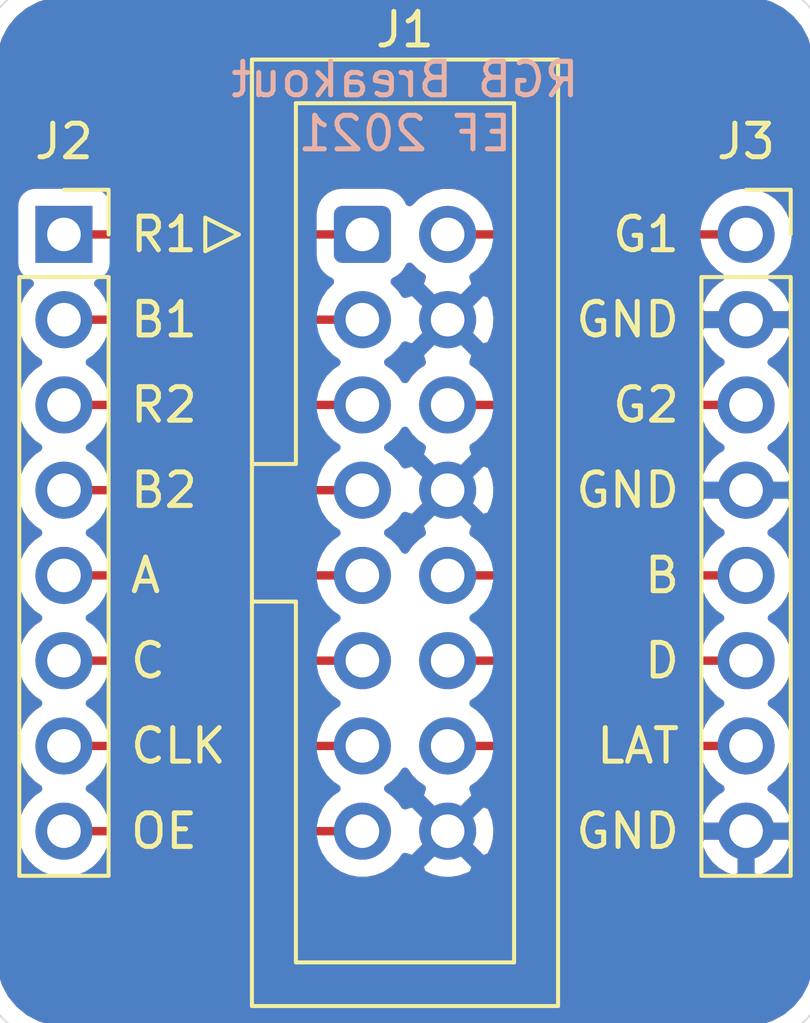
<source format=kicad_pcb>
(kicad_pcb (version 20171130) (host pcbnew 5.1.10)

  (general
    (thickness 1.6)
    (drawings 25)
    (tracks 14)
    (zones 0)
    (modules 3)
    (nets 15)
  )

  (page A4)
  (layers
    (0 F.Cu signal hide)
    (31 B.Cu signal)
    (32 B.Adhes user hide)
    (33 F.Adhes user hide)
    (34 B.Paste user hide)
    (35 F.Paste user hide)
    (36 B.SilkS user)
    (37 F.SilkS user hide)
    (38 B.Mask user hide)
    (39 F.Mask user hide)
    (40 Dwgs.User user hide)
    (41 Cmts.User user hide)
    (42 Eco1.User user hide)
    (43 Eco2.User user hide)
    (44 Edge.Cuts user hide)
    (45 Margin user hide)
    (46 B.CrtYd user hide)
    (47 F.CrtYd user hide)
    (48 B.Fab user hide)
    (49 F.Fab user hide)
  )

  (setup
    (last_trace_width 0.25)
    (trace_clearance 0.2)
    (zone_clearance 0.508)
    (zone_45_only yes)
    (trace_min 0.2)
    (via_size 0.8)
    (via_drill 0.4)
    (via_min_size 0.4)
    (via_min_drill 0.3)
    (uvia_size 0.3)
    (uvia_drill 0.1)
    (uvias_allowed no)
    (uvia_min_size 0.2)
    (uvia_min_drill 0.1)
    (edge_width 0.05)
    (segment_width 0.2)
    (pcb_text_width 0.3)
    (pcb_text_size 1.5 1.5)
    (mod_edge_width 0.12)
    (mod_text_size 1 1)
    (mod_text_width 0.15)
    (pad_size 1.7 1.7)
    (pad_drill 1)
    (pad_to_mask_clearance 0)
    (aux_axis_origin 0 0)
    (visible_elements FFFFFF7F)
    (pcbplotparams
      (layerselection 0x010fc_ffffffff)
      (usegerberextensions false)
      (usegerberattributes true)
      (usegerberadvancedattributes true)
      (creategerberjobfile true)
      (excludeedgelayer true)
      (linewidth 0.100000)
      (plotframeref false)
      (viasonmask false)
      (mode 1)
      (useauxorigin false)
      (hpglpennumber 1)
      (hpglpenspeed 20)
      (hpglpendiameter 15.000000)
      (psnegative false)
      (psa4output false)
      (plotreference true)
      (plotvalue true)
      (plotinvisibletext false)
      (padsonsilk false)
      (subtractmaskfromsilk false)
      (outputformat 1)
      (mirror false)
      (drillshape 0)
      (scaleselection 1)
      (outputdirectory "MFG/"))
  )

  (net 0 "")
  (net 1 "Net-(J1-Pad1)")
  (net 2 "Net-(J1-Pad3)")
  (net 3 "Net-(J1-Pad5)")
  (net 4 "Net-(J1-Pad7)")
  (net 5 "Net-(J1-Pad9)")
  (net 6 "Net-(J1-Pad11)")
  (net 7 "Net-(J1-Pad13)")
  (net 8 "Net-(J1-Pad15)")
  (net 9 "Net-(J1-Pad2)")
  (net 10 GND)
  (net 11 "Net-(J1-Pad6)")
  (net 12 "Net-(J1-Pad10)")
  (net 13 "Net-(J1-Pad12)")
  (net 14 "Net-(J1-Pad14)")

  (net_class Default "This is the default net class."
    (clearance 0.2)
    (trace_width 0.25)
    (via_dia 0.8)
    (via_drill 0.4)
    (uvia_dia 0.3)
    (uvia_drill 0.1)
    (add_net GND)
    (add_net "Net-(J1-Pad1)")
    (add_net "Net-(J1-Pad10)")
    (add_net "Net-(J1-Pad11)")
    (add_net "Net-(J1-Pad12)")
    (add_net "Net-(J1-Pad13)")
    (add_net "Net-(J1-Pad14)")
    (add_net "Net-(J1-Pad15)")
    (add_net "Net-(J1-Pad2)")
    (add_net "Net-(J1-Pad3)")
    (add_net "Net-(J1-Pad5)")
    (add_net "Net-(J1-Pad6)")
    (add_net "Net-(J1-Pad7)")
    (add_net "Net-(J1-Pad9)")
  )

  (module Connector_IDC:IDC-Header_2x08_P2.54mm_Vertical (layer F.Cu) (tedit 5EAC9A07) (tstamp 6196EAE4)
    (at 130.81 90.17)
    (descr "Through hole IDC box header, 2x08, 2.54mm pitch, DIN 41651 / IEC 60603-13, double rows, https://docs.google.com/spreadsheets/d/16SsEcesNF15N3Lb4niX7dcUr-NY5_MFPQhobNuNppn4/edit#gid=0")
    (tags "Through hole vertical IDC box header THT 2x08 2.54mm double row")
    (path /619667D3)
    (fp_text reference J1 (at 1.27 -6.1) (layer F.SilkS)
      (effects (font (size 1 1) (thickness 0.15)))
    )
    (fp_text value Conn_02x08_Odd_Even (at 1.27 23.88) (layer F.Fab)
      (effects (font (size 1 1) (thickness 0.15)))
    )
    (fp_line (start 6.22 -5.6) (end -3.68 -5.6) (layer F.CrtYd) (width 0.05))
    (fp_line (start 6.22 23.38) (end 6.22 -5.6) (layer F.CrtYd) (width 0.05))
    (fp_line (start -3.68 23.38) (end 6.22 23.38) (layer F.CrtYd) (width 0.05))
    (fp_line (start -3.68 -5.6) (end -3.68 23.38) (layer F.CrtYd) (width 0.05))
    (fp_line (start -4.68 0.5) (end -3.68 0) (layer F.SilkS) (width 0.12))
    (fp_line (start -4.68 -0.5) (end -4.68 0.5) (layer F.SilkS) (width 0.12))
    (fp_line (start -3.68 0) (end -4.68 -0.5) (layer F.SilkS) (width 0.12))
    (fp_line (start -1.98 10.94) (end -3.29 10.94) (layer F.SilkS) (width 0.12))
    (fp_line (start -1.98 10.94) (end -1.98 10.94) (layer F.SilkS) (width 0.12))
    (fp_line (start -1.98 21.69) (end -1.98 10.94) (layer F.SilkS) (width 0.12))
    (fp_line (start 4.52 21.69) (end -1.98 21.69) (layer F.SilkS) (width 0.12))
    (fp_line (start 4.52 -3.91) (end 4.52 21.69) (layer F.SilkS) (width 0.12))
    (fp_line (start -1.98 -3.91) (end 4.52 -3.91) (layer F.SilkS) (width 0.12))
    (fp_line (start -1.98 6.84) (end -1.98 -3.91) (layer F.SilkS) (width 0.12))
    (fp_line (start -3.29 6.84) (end -1.98 6.84) (layer F.SilkS) (width 0.12))
    (fp_line (start -3.29 22.99) (end -3.29 -5.21) (layer F.SilkS) (width 0.12))
    (fp_line (start 5.83 22.99) (end -3.29 22.99) (layer F.SilkS) (width 0.12))
    (fp_line (start 5.83 -5.21) (end 5.83 22.99) (layer F.SilkS) (width 0.12))
    (fp_line (start -3.29 -5.21) (end 5.83 -5.21) (layer F.SilkS) (width 0.12))
    (fp_line (start -1.98 10.94) (end -3.18 10.94) (layer F.Fab) (width 0.1))
    (fp_line (start -1.98 10.94) (end -1.98 10.94) (layer F.Fab) (width 0.1))
    (fp_line (start -1.98 21.69) (end -1.98 10.94) (layer F.Fab) (width 0.1))
    (fp_line (start 4.52 21.69) (end -1.98 21.69) (layer F.Fab) (width 0.1))
    (fp_line (start 4.52 -3.91) (end 4.52 21.69) (layer F.Fab) (width 0.1))
    (fp_line (start -1.98 -3.91) (end 4.52 -3.91) (layer F.Fab) (width 0.1))
    (fp_line (start -1.98 6.84) (end -1.98 -3.91) (layer F.Fab) (width 0.1))
    (fp_line (start -3.18 6.84) (end -1.98 6.84) (layer F.Fab) (width 0.1))
    (fp_line (start -3.18 22.88) (end -3.18 -4.1) (layer F.Fab) (width 0.1))
    (fp_line (start 5.72 22.88) (end -3.18 22.88) (layer F.Fab) (width 0.1))
    (fp_line (start 5.72 -5.1) (end 5.72 22.88) (layer F.Fab) (width 0.1))
    (fp_line (start -2.18 -5.1) (end 5.72 -5.1) (layer F.Fab) (width 0.1))
    (fp_line (start -3.18 -4.1) (end -2.18 -5.1) (layer F.Fab) (width 0.1))
    (fp_text user %R (at 1.27 8.89 90) (layer F.Fab)
      (effects (font (size 1 1) (thickness 0.15)))
    )
    (pad 1 thru_hole roundrect (at 0 0) (size 1.7 1.7) (drill 1) (layers *.Cu *.Mask) (roundrect_rratio 0.1470588235294118)
      (net 1 "Net-(J1-Pad1)"))
    (pad 3 thru_hole circle (at 0 2.54) (size 1.7 1.7) (drill 1) (layers *.Cu *.Mask)
      (net 2 "Net-(J1-Pad3)"))
    (pad 5 thru_hole circle (at 0 5.08) (size 1.7 1.7) (drill 1) (layers *.Cu *.Mask)
      (net 3 "Net-(J1-Pad5)"))
    (pad 7 thru_hole circle (at 0 7.62) (size 1.7 1.7) (drill 1) (layers *.Cu *.Mask)
      (net 4 "Net-(J1-Pad7)"))
    (pad 9 thru_hole circle (at 0 10.16) (size 1.7 1.7) (drill 1) (layers *.Cu *.Mask)
      (net 5 "Net-(J1-Pad9)"))
    (pad 11 thru_hole circle (at 0 12.7) (size 1.7 1.7) (drill 1) (layers *.Cu *.Mask)
      (net 6 "Net-(J1-Pad11)"))
    (pad 13 thru_hole circle (at 0 15.24) (size 1.7 1.7) (drill 1) (layers *.Cu *.Mask)
      (net 7 "Net-(J1-Pad13)"))
    (pad 15 thru_hole circle (at 0 17.78) (size 1.7 1.7) (drill 1) (layers *.Cu *.Mask)
      (net 8 "Net-(J1-Pad15)"))
    (pad 2 thru_hole circle (at 2.54 0) (size 1.7 1.7) (drill 1) (layers *.Cu *.Mask)
      (net 9 "Net-(J1-Pad2)"))
    (pad 4 thru_hole circle (at 2.54 2.54) (size 1.7 1.7) (drill 1) (layers *.Cu *.Mask)
      (net 10 GND))
    (pad 6 thru_hole circle (at 2.54 5.08) (size 1.7 1.7) (drill 1) (layers *.Cu *.Mask)
      (net 11 "Net-(J1-Pad6)"))
    (pad 8 thru_hole circle (at 2.54 7.62) (size 1.7 1.7) (drill 1) (layers *.Cu *.Mask)
      (net 10 GND))
    (pad 10 thru_hole circle (at 2.54 10.16) (size 1.7 1.7) (drill 1) (layers *.Cu *.Mask)
      (net 12 "Net-(J1-Pad10)"))
    (pad 12 thru_hole circle (at 2.54 12.7) (size 1.7 1.7) (drill 1) (layers *.Cu *.Mask)
      (net 13 "Net-(J1-Pad12)"))
    (pad 14 thru_hole circle (at 2.54 15.24) (size 1.7 1.7) (drill 1) (layers *.Cu *.Mask)
      (net 14 "Net-(J1-Pad14)"))
    (pad 16 thru_hole circle (at 2.54 17.78) (size 1.7 1.7) (drill 1) (layers *.Cu *.Mask)
      (net 10 GND))
    (model ${KISYS3DMOD}/Connector_IDC.3dshapes/IDC-Header_2x08_P2.54mm_Vertical.wrl
      (at (xyz 0 0 0))
      (scale (xyz 1 1 1))
      (rotate (xyz 0 0 0))
    )
  )

  (module Connector_PinSocket_2.54mm:PinSocket_1x08_P2.54mm_Vertical (layer F.Cu) (tedit 5A19A420) (tstamp 6196EA1A)
    (at 121.92 90.17)
    (descr "Through hole straight socket strip, 1x08, 2.54mm pitch, single row (from Kicad 4.0.7), script generated")
    (tags "Through hole socket strip THT 1x08 2.54mm single row")
    (path /6196AF55)
    (fp_text reference J2 (at 0 -2.77) (layer F.SilkS)
      (effects (font (size 1 1) (thickness 0.15)))
    )
    (fp_text value Conn_01x08 (at 0 20.55) (layer F.Fab)
      (effects (font (size 1 1) (thickness 0.15)))
    )
    (fp_line (start -1.8 19.55) (end -1.8 -1.8) (layer F.CrtYd) (width 0.05))
    (fp_line (start 1.75 19.55) (end -1.8 19.55) (layer F.CrtYd) (width 0.05))
    (fp_line (start 1.75 -1.8) (end 1.75 19.55) (layer F.CrtYd) (width 0.05))
    (fp_line (start -1.8 -1.8) (end 1.75 -1.8) (layer F.CrtYd) (width 0.05))
    (fp_line (start 0 -1.33) (end 1.33 -1.33) (layer F.SilkS) (width 0.12))
    (fp_line (start 1.33 -1.33) (end 1.33 0) (layer F.SilkS) (width 0.12))
    (fp_line (start 1.33 1.27) (end 1.33 19.11) (layer F.SilkS) (width 0.12))
    (fp_line (start -1.33 19.11) (end 1.33 19.11) (layer F.SilkS) (width 0.12))
    (fp_line (start -1.33 1.27) (end -1.33 19.11) (layer F.SilkS) (width 0.12))
    (fp_line (start -1.33 1.27) (end 1.33 1.27) (layer F.SilkS) (width 0.12))
    (fp_line (start -1.27 19.05) (end -1.27 -1.27) (layer F.Fab) (width 0.1))
    (fp_line (start 1.27 19.05) (end -1.27 19.05) (layer F.Fab) (width 0.1))
    (fp_line (start 1.27 -0.635) (end 1.27 19.05) (layer F.Fab) (width 0.1))
    (fp_line (start 0.635 -1.27) (end 1.27 -0.635) (layer F.Fab) (width 0.1))
    (fp_line (start -1.27 -1.27) (end 0.635 -1.27) (layer F.Fab) (width 0.1))
    (fp_text user %R (at 0 8.89 90) (layer F.Fab)
      (effects (font (size 1 1) (thickness 0.15)))
    )
    (pad 1 thru_hole rect (at 0 0) (size 1.7 1.7) (drill 1) (layers *.Cu *.Mask)
      (net 1 "Net-(J1-Pad1)"))
    (pad 2 thru_hole oval (at 0 2.54) (size 1.7 1.7) (drill 1) (layers *.Cu *.Mask)
      (net 2 "Net-(J1-Pad3)"))
    (pad 3 thru_hole oval (at 0 5.08) (size 1.7 1.7) (drill 1) (layers *.Cu *.Mask)
      (net 3 "Net-(J1-Pad5)"))
    (pad 4 thru_hole oval (at 0 7.62) (size 1.7 1.7) (drill 1) (layers *.Cu *.Mask)
      (net 4 "Net-(J1-Pad7)"))
    (pad 5 thru_hole oval (at 0 10.16) (size 1.7 1.7) (drill 1) (layers *.Cu *.Mask)
      (net 5 "Net-(J1-Pad9)"))
    (pad 6 thru_hole oval (at 0 12.7) (size 1.7 1.7) (drill 1) (layers *.Cu *.Mask)
      (net 6 "Net-(J1-Pad11)"))
    (pad 7 thru_hole oval (at 0 15.24) (size 1.7 1.7) (drill 1) (layers *.Cu *.Mask)
      (net 7 "Net-(J1-Pad13)"))
    (pad 8 thru_hole oval (at 0 17.78) (size 1.7 1.7) (drill 1) (layers *.Cu *.Mask)
      (net 8 "Net-(J1-Pad15)"))
    (model ${KISYS3DMOD}/Connector_PinSocket_2.54mm.3dshapes/PinSocket_1x08_P2.54mm_Vertical.wrl
      (at (xyz 0 0 0))
      (scale (xyz 1 1 1))
      (rotate (xyz 0 0 0))
    )
  )

  (module Connector_PinSocket_2.54mm:PinSocket_1x08_P2.54mm_Vertical (layer F.Cu) (tedit 6195D6BA) (tstamp 6196EA74)
    (at 142.24 90.17)
    (descr "Through hole straight socket strip, 1x08, 2.54mm pitch, single row (from Kicad 4.0.7), script generated")
    (tags "Through hole socket strip THT 1x08 2.54mm single row")
    (path /6196C7DE)
    (fp_text reference J3 (at 0 -2.77) (layer F.SilkS)
      (effects (font (size 1 1) (thickness 0.15)))
    )
    (fp_text value Conn_01x08 (at 0 20.55) (layer F.Fab)
      (effects (font (size 1 1) (thickness 0.15)))
    )
    (fp_line (start -1.8 19.55) (end -1.8 -1.8) (layer F.CrtYd) (width 0.05))
    (fp_line (start 1.75 19.55) (end -1.8 19.55) (layer F.CrtYd) (width 0.05))
    (fp_line (start 1.75 -1.8) (end 1.75 19.55) (layer F.CrtYd) (width 0.05))
    (fp_line (start -1.8 -1.8) (end 1.75 -1.8) (layer F.CrtYd) (width 0.05))
    (fp_line (start 0 -1.33) (end 1.33 -1.33) (layer F.SilkS) (width 0.12))
    (fp_line (start 1.33 -1.33) (end 1.33 0) (layer F.SilkS) (width 0.12))
    (fp_line (start 1.33 1.27) (end 1.33 19.11) (layer F.SilkS) (width 0.12))
    (fp_line (start -1.33 19.11) (end 1.33 19.11) (layer F.SilkS) (width 0.12))
    (fp_line (start -1.33 1.27) (end -1.33 19.11) (layer F.SilkS) (width 0.12))
    (fp_line (start -1.33 1.27) (end 1.33 1.27) (layer F.SilkS) (width 0.12))
    (fp_line (start -1.27 19.05) (end -1.27 -1.27) (layer F.Fab) (width 0.1))
    (fp_line (start 1.27 19.05) (end -1.27 19.05) (layer F.Fab) (width 0.1))
    (fp_line (start 1.27 -0.635) (end 1.27 19.05) (layer F.Fab) (width 0.1))
    (fp_line (start 0.635 -1.27) (end 1.27 -0.635) (layer F.Fab) (width 0.1))
    (fp_line (start -1.27 -1.27) (end 0.635 -1.27) (layer F.Fab) (width 0.1))
    (fp_text user %R (at 0 8.89 90) (layer F.Fab)
      (effects (font (size 1 1) (thickness 0.15)))
    )
    (pad 1 thru_hole circle (at 0 0) (size 1.7 1.7) (drill 1) (layers *.Cu *.Mask)
      (net 9 "Net-(J1-Pad2)"))
    (pad 2 thru_hole oval (at 0 2.54) (size 1.7 1.7) (drill 1) (layers *.Cu *.Mask)
      (net 10 GND))
    (pad 3 thru_hole oval (at 0 5.08) (size 1.7 1.7) (drill 1) (layers *.Cu *.Mask)
      (net 11 "Net-(J1-Pad6)"))
    (pad 4 thru_hole oval (at 0 7.62) (size 1.7 1.7) (drill 1) (layers *.Cu *.Mask)
      (net 10 GND))
    (pad 5 thru_hole oval (at 0 10.16) (size 1.7 1.7) (drill 1) (layers *.Cu *.Mask)
      (net 12 "Net-(J1-Pad10)"))
    (pad 6 thru_hole oval (at 0 12.7) (size 1.7 1.7) (drill 1) (layers *.Cu *.Mask)
      (net 13 "Net-(J1-Pad12)"))
    (pad 7 thru_hole oval (at 0 15.24) (size 1.7 1.7) (drill 1) (layers *.Cu *.Mask)
      (net 14 "Net-(J1-Pad14)"))
    (pad 8 thru_hole oval (at 0 17.78) (size 1.7 1.7) (drill 1) (layers *.Cu *.Mask)
      (net 10 GND))
    (model ${KISYS3DMOD}/Connector_PinSocket_2.54mm.3dshapes/PinSocket_1x08_P2.54mm_Vertical.wrl
      (at (xyz 0 0 0))
      (scale (xyz 1 1 1))
      (rotate (xyz 0 0 0))
    )
  )

  (gr_text "RGB Breakout\nEF 2021" (at 132.08 86.36) (layer B.SilkS)
    (effects (font (size 1 1) (thickness 0.15)) (justify mirror))
  )
  (gr_arc (start 121.92 85.09) (end 121.92 82.55) (angle -90) (layer Edge.Cuts) (width 0.05))
  (gr_arc (start 142.24 85.09) (end 144.78 85.09) (angle -90) (layer Edge.Cuts) (width 0.05))
  (gr_arc (start 142.24 111.76) (end 142.24 114.3) (angle -90) (layer Edge.Cuts) (width 0.05))
  (gr_arc (start 121.92 111.76) (end 119.38 111.76) (angle -90) (layer Edge.Cuts) (width 0.05))
  (gr_text D (at 140.335 102.87) (layer F.SilkS) (tstamp 6196EB9E)
    (effects (font (size 1 1) (thickness 0.15)) (justify right))
  )
  (gr_text B (at 140.335 100.33) (layer F.SilkS) (tstamp 6196EB83)
    (effects (font (size 1 1) (thickness 0.15)) (justify right))
  )
  (gr_text LAT (at 140.335 105.41) (layer F.SilkS) (tstamp 6196EB53)
    (effects (font (size 1 1) (thickness 0.15)) (justify right))
  )
  (gr_text GND (at 140.335 107.95) (layer F.SilkS) (tstamp 6196EB77)
    (effects (font (size 1 1) (thickness 0.15)) (justify right))
  )
  (gr_text GND (at 140.335 97.79) (layer F.SilkS) (tstamp 6196EB86)
    (effects (font (size 1 1) (thickness 0.15)) (justify right))
  )
  (gr_text G2 (at 140.335 95.25) (layer F.SilkS) (tstamp 6196EB74)
    (effects (font (size 1 1) (thickness 0.15)) (justify right))
  )
  (gr_text GND (at 140.335 92.71) (layer F.SilkS) (tstamp 6196EB59)
    (effects (font (size 1 1) (thickness 0.15)) (justify right))
  )
  (gr_text G1 (at 140.335 90.17) (layer F.SilkS) (tstamp 6196EB68)
    (effects (font (size 1 1) (thickness 0.15)) (justify right))
  )
  (gr_text OE (at 123.825 107.95) (layer F.SilkS) (tstamp 6196EB9B)
    (effects (font (size 1 1) (thickness 0.15)) (justify left))
  )
  (gr_text CLK (at 123.825 105.41) (layer F.SilkS) (tstamp 6196EB98)
    (effects (font (size 1 1) (thickness 0.15)) (justify left))
  )
  (gr_text C (at 123.825 102.87) (layer F.SilkS) (tstamp 6196EBA1)
    (effects (font (size 1 1) (thickness 0.15)) (justify left))
  )
  (gr_text A (at 123.825 100.33) (layer F.SilkS) (tstamp 6196EB56)
    (effects (font (size 1 1) (thickness 0.15)) (justify left))
  )
  (gr_text B2 (at 123.825 97.79) (layer F.SilkS) (tstamp 6196EB6B)
    (effects (font (size 1 1) (thickness 0.15)) (justify left))
  )
  (gr_text R2 (at 123.825 95.25) (layer F.SilkS) (tstamp 6196EB65)
    (effects (font (size 1 1) (thickness 0.15)) (justify left))
  )
  (gr_text B1 (at 123.825 92.71) (layer F.SilkS) (tstamp 6196EB71)
    (effects (font (size 1 1) (thickness 0.15)) (justify left))
  )
  (gr_text R1 (at 123.825 90.17) (layer F.SilkS) (tstamp 6196EB62)
    (effects (font (size 1 1) (thickness 0.15)) (justify left))
  )
  (gr_line (start 142.24 114.3) (end 121.92 114.3) (layer Edge.Cuts) (width 0.05) (tstamp 6196EB7D))
  (gr_line (start 144.78 85.09) (end 144.78 111.76) (layer Edge.Cuts) (width 0.05) (tstamp 6196EB7A))
  (gr_line (start 121.92 82.55) (end 142.24 82.55) (layer Edge.Cuts) (width 0.05) (tstamp 6196EB95))
  (gr_line (start 119.38 111.76) (end 119.38 85.09) (layer Edge.Cuts) (width 0.05) (tstamp 6196EB50))

  (segment (start 130.81 90.17) (end 122.555 90.17) (width 0.25) (layer F.Cu) (net 1) (tstamp 6196EB6E))
  (segment (start 122.555 92.71) (end 130.81 92.71) (width 0.25) (layer F.Cu) (net 2) (tstamp 6196EB4D))
  (segment (start 122.555 95.25) (end 130.81 95.25) (width 0.25) (layer F.Cu) (net 3) (tstamp 6196E9FA))
  (segment (start 122.555 97.79) (end 130.81 97.79) (width 0.25) (layer F.Cu) (net 4) (tstamp 6196EB8F))
  (segment (start 122.555 100.33) (end 130.81 100.33) (width 0.25) (layer F.Cu) (net 5) (tstamp 6196EAAE))
  (segment (start 122.555 102.87) (end 130.81 102.87) (width 0.25) (layer F.Cu) (net 6) (tstamp 6196EA51))
  (segment (start 122.555 105.41) (end 130.81 105.41) (width 0.25) (layer F.Cu) (net 7) (tstamp 6196EA54))
  (segment (start 122.555 107.95) (end 130.81 107.95) (width 0.25) (layer F.Cu) (net 8) (tstamp 6196E9FD))
  (segment (start 133.35 90.17) (end 142.875 90.17) (width 0.25) (layer F.Cu) (net 9) (tstamp 6196EB5F))
  (segment (start 133.35 95.25) (end 142.875 95.25) (width 0.25) (layer F.Cu) (net 11) (tstamp 6196EB89))
  (segment (start 133.35 100.33) (end 142.875 100.33) (width 0.25) (layer F.Cu) (net 12) (tstamp 6196EAAB))
  (segment (start 133.35 102.87) (end 142.875 102.87) (width 0.25) (layer F.Cu) (net 13) (tstamp 6196EB92))
  (segment (start 133.35 105.41) (end 141.605 105.41) (width 0.25) (layer F.Cu) (net 14) (tstamp 6196EB8C))
  (segment (start 141.605 105.41) (end 142.875 105.41) (width 0.25) (layer F.Cu) (net 14) (tstamp 6196EA57))

  (zone (net 10) (net_name GND) (layer F.Cu) (tstamp 6196EF88) (hatch edge 0.508)
    (connect_pads (clearance 0.508))
    (min_thickness 0.254)
    (fill yes (arc_segments 32) (thermal_gap 0.508) (thermal_bridge_width 0.508))
    (polygon
      (pts
        (xy 144.145 113.665) (xy 120.015 113.665) (xy 120.015 83.185) (xy 144.145 83.185)
      )
    )
    (filled_polygon
      (pts
        (xy 142.955208 83.35478) (xy 143.278625 83.526744) (xy 143.562484 83.758254) (xy 143.795965 84.040486) (xy 143.970183 84.362695)
        (xy 144.018 84.517165) (xy 144.018 112.333512) (xy 143.97522 112.475206) (xy 143.803257 112.798623) (xy 143.571748 113.082482)
        (xy 143.289514 113.315965) (xy 142.967304 113.490184) (xy 142.812835 113.538) (xy 121.346488 113.538) (xy 121.204794 113.49522)
        (xy 120.881377 113.323257) (xy 120.597518 113.091748) (xy 120.364035 112.809514) (xy 120.189816 112.487304) (xy 120.142 112.332835)
        (xy 120.142 89.32) (xy 120.431928 89.32) (xy 120.431928 91.02) (xy 120.444188 91.144482) (xy 120.480498 91.26418)
        (xy 120.539463 91.374494) (xy 120.618815 91.471185) (xy 120.715506 91.550537) (xy 120.82582 91.609502) (xy 120.89838 91.631513)
        (xy 120.766525 91.763368) (xy 120.60401 92.006589) (xy 120.492068 92.276842) (xy 120.435 92.56374) (xy 120.435 92.85626)
        (xy 120.492068 93.143158) (xy 120.60401 93.413411) (xy 120.766525 93.656632) (xy 120.973368 93.863475) (xy 121.14776 93.98)
        (xy 120.973368 94.096525) (xy 120.766525 94.303368) (xy 120.60401 94.546589) (xy 120.492068 94.816842) (xy 120.435 95.10374)
        (xy 120.435 95.39626) (xy 120.492068 95.683158) (xy 120.60401 95.953411) (xy 120.766525 96.196632) (xy 120.973368 96.403475)
        (xy 121.14776 96.52) (xy 120.973368 96.636525) (xy 120.766525 96.843368) (xy 120.60401 97.086589) (xy 120.492068 97.356842)
        (xy 120.435 97.64374) (xy 120.435 97.93626) (xy 120.492068 98.223158) (xy 120.60401 98.493411) (xy 120.766525 98.736632)
        (xy 120.973368 98.943475) (xy 121.14776 99.06) (xy 120.973368 99.176525) (xy 120.766525 99.383368) (xy 120.60401 99.626589)
        (xy 120.492068 99.896842) (xy 120.435 100.18374) (xy 120.435 100.47626) (xy 120.492068 100.763158) (xy 120.60401 101.033411)
        (xy 120.766525 101.276632) (xy 120.973368 101.483475) (xy 121.14776 101.6) (xy 120.973368 101.716525) (xy 120.766525 101.923368)
        (xy 120.60401 102.166589) (xy 120.492068 102.436842) (xy 120.435 102.72374) (xy 120.435 103.01626) (xy 120.492068 103.303158)
        (xy 120.60401 103.573411) (xy 120.766525 103.816632) (xy 120.973368 104.023475) (xy 121.14776 104.14) (xy 120.973368 104.256525)
        (xy 120.766525 104.463368) (xy 120.60401 104.706589) (xy 120.492068 104.976842) (xy 120.435 105.26374) (xy 120.435 105.55626)
        (xy 120.492068 105.843158) (xy 120.60401 106.113411) (xy 120.766525 106.356632) (xy 120.973368 106.563475) (xy 121.14776 106.68)
        (xy 120.973368 106.796525) (xy 120.766525 107.003368) (xy 120.60401 107.246589) (xy 120.492068 107.516842) (xy 120.435 107.80374)
        (xy 120.435 108.09626) (xy 120.492068 108.383158) (xy 120.60401 108.653411) (xy 120.766525 108.896632) (xy 120.973368 109.103475)
        (xy 121.216589 109.26599) (xy 121.486842 109.377932) (xy 121.77374 109.435) (xy 122.06626 109.435) (xy 122.353158 109.377932)
        (xy 122.623411 109.26599) (xy 122.866632 109.103475) (xy 123.073475 108.896632) (xy 123.198178 108.71) (xy 129.531822 108.71)
        (xy 129.656525 108.896632) (xy 129.863368 109.103475) (xy 130.106589 109.26599) (xy 130.376842 109.377932) (xy 130.66374 109.435)
        (xy 130.95626 109.435) (xy 131.243158 109.377932) (xy 131.513411 109.26599) (xy 131.756632 109.103475) (xy 131.88171 108.978397)
        (xy 132.501208 108.978397) (xy 132.578843 109.227472) (xy 132.842883 109.353371) (xy 133.126411 109.425339) (xy 133.418531 109.440611)
        (xy 133.708019 109.398599) (xy 133.983747 109.300919) (xy 134.121157 109.227472) (xy 134.198792 108.978397) (xy 133.35 108.129605)
        (xy 132.501208 108.978397) (xy 131.88171 108.978397) (xy 131.963475 108.896632) (xy 132.079311 108.723271) (xy 132.321603 108.798792)
        (xy 133.170395 107.95) (xy 133.529605 107.95) (xy 134.378397 108.798792) (xy 134.627472 108.721157) (xy 134.753371 108.457117)
        (xy 134.791503 108.30689) (xy 140.798524 108.30689) (xy 140.843175 108.454099) (xy 140.968359 108.71692) (xy 141.142412 108.950269)
        (xy 141.358645 109.145178) (xy 141.608748 109.294157) (xy 141.883109 109.391481) (xy 142.113 109.270814) (xy 142.113 108.077)
        (xy 142.367 108.077) (xy 142.367 109.270814) (xy 142.596891 109.391481) (xy 142.871252 109.294157) (xy 143.121355 109.145178)
        (xy 143.337588 108.950269) (xy 143.511641 108.71692) (xy 143.636825 108.454099) (xy 143.681476 108.30689) (xy 143.560155 108.077)
        (xy 142.367 108.077) (xy 142.113 108.077) (xy 140.919845 108.077) (xy 140.798524 108.30689) (xy 134.791503 108.30689)
        (xy 134.825339 108.173589) (xy 134.840611 107.881469) (xy 134.798599 107.591981) (xy 134.700919 107.316253) (xy 134.627472 107.178843)
        (xy 134.378397 107.101208) (xy 133.529605 107.95) (xy 133.170395 107.95) (xy 132.321603 107.101208) (xy 132.079311 107.176729)
        (xy 131.963475 107.003368) (xy 131.756632 106.796525) (xy 131.58224 106.68) (xy 131.756632 106.563475) (xy 131.963475 106.356632)
        (xy 132.08 106.18224) (xy 132.196525 106.356632) (xy 132.403368 106.563475) (xy 132.576729 106.679311) (xy 132.501208 106.921603)
        (xy 133.35 107.770395) (xy 134.198792 106.921603) (xy 134.123271 106.679311) (xy 134.296632 106.563475) (xy 134.503475 106.356632)
        (xy 134.628178 106.17) (xy 140.961822 106.17) (xy 141.086525 106.356632) (xy 141.293368 106.563475) (xy 141.475534 106.685195)
        (xy 141.358645 106.754822) (xy 141.142412 106.949731) (xy 140.968359 107.18308) (xy 140.843175 107.445901) (xy 140.798524 107.59311)
        (xy 140.919845 107.823) (xy 142.113 107.823) (xy 142.113 107.803) (xy 142.367 107.803) (xy 142.367 107.823)
        (xy 143.560155 107.823) (xy 143.681476 107.59311) (xy 143.636825 107.445901) (xy 143.511641 107.18308) (xy 143.337588 106.949731)
        (xy 143.121355 106.754822) (xy 143.004466 106.685195) (xy 143.186632 106.563475) (xy 143.393475 106.356632) (xy 143.55599 106.113411)
        (xy 143.667932 105.843158) (xy 143.725 105.55626) (xy 143.725 105.26374) (xy 143.667932 104.976842) (xy 143.55599 104.706589)
        (xy 143.393475 104.463368) (xy 143.186632 104.256525) (xy 143.01224 104.14) (xy 143.186632 104.023475) (xy 143.393475 103.816632)
        (xy 143.55599 103.573411) (xy 143.667932 103.303158) (xy 143.725 103.01626) (xy 143.725 102.72374) (xy 143.667932 102.436842)
        (xy 143.55599 102.166589) (xy 143.393475 101.923368) (xy 143.186632 101.716525) (xy 143.01224 101.6) (xy 143.186632 101.483475)
        (xy 143.393475 101.276632) (xy 143.55599 101.033411) (xy 143.667932 100.763158) (xy 143.725 100.47626) (xy 143.725 100.18374)
        (xy 143.667932 99.896842) (xy 143.55599 99.626589) (xy 143.393475 99.383368) (xy 143.186632 99.176525) (xy 143.004466 99.054805)
        (xy 143.121355 98.985178) (xy 143.337588 98.790269) (xy 143.511641 98.55692) (xy 143.636825 98.294099) (xy 143.681476 98.14689)
        (xy 143.560155 97.917) (xy 142.367 97.917) (xy 142.367 97.937) (xy 142.113 97.937) (xy 142.113 97.917)
        (xy 140.919845 97.917) (xy 140.798524 98.14689) (xy 140.843175 98.294099) (xy 140.968359 98.55692) (xy 141.142412 98.790269)
        (xy 141.358645 98.985178) (xy 141.475534 99.054805) (xy 141.293368 99.176525) (xy 141.086525 99.383368) (xy 140.961822 99.57)
        (xy 134.628178 99.57) (xy 134.503475 99.383368) (xy 134.296632 99.176525) (xy 134.123271 99.060689) (xy 134.198792 98.818397)
        (xy 133.35 97.969605) (xy 132.501208 98.818397) (xy 132.576729 99.060689) (xy 132.403368 99.176525) (xy 132.196525 99.383368)
        (xy 132.08 99.55776) (xy 131.963475 99.383368) (xy 131.756632 99.176525) (xy 131.58224 99.06) (xy 131.756632 98.943475)
        (xy 131.963475 98.736632) (xy 132.079311 98.563271) (xy 132.321603 98.638792) (xy 133.170395 97.79) (xy 133.529605 97.79)
        (xy 134.378397 98.638792) (xy 134.627472 98.561157) (xy 134.753371 98.297117) (xy 134.825339 98.013589) (xy 134.840611 97.721469)
        (xy 134.798599 97.431981) (xy 134.700919 97.156253) (xy 134.627472 97.018843) (xy 134.378397 96.941208) (xy 133.529605 97.79)
        (xy 133.170395 97.79) (xy 132.321603 96.941208) (xy 132.079311 97.016729) (xy 131.963475 96.843368) (xy 131.756632 96.636525)
        (xy 131.58224 96.52) (xy 131.756632 96.403475) (xy 131.963475 96.196632) (xy 132.08 96.02224) (xy 132.196525 96.196632)
        (xy 132.403368 96.403475) (xy 132.576729 96.519311) (xy 132.501208 96.761603) (xy 133.35 97.610395) (xy 134.198792 96.761603)
        (xy 134.123271 96.519311) (xy 134.296632 96.403475) (xy 134.503475 96.196632) (xy 134.628178 96.01) (xy 140.961822 96.01)
        (xy 141.086525 96.196632) (xy 141.293368 96.403475) (xy 141.475534 96.525195) (xy 141.358645 96.594822) (xy 141.142412 96.789731)
        (xy 140.968359 97.02308) (xy 140.843175 97.285901) (xy 140.798524 97.43311) (xy 140.919845 97.663) (xy 142.113 97.663)
        (xy 142.113 97.643) (xy 142.367 97.643) (xy 142.367 97.663) (xy 143.560155 97.663) (xy 143.681476 97.43311)
        (xy 143.636825 97.285901) (xy 143.511641 97.02308) (xy 143.337588 96.789731) (xy 143.121355 96.594822) (xy 143.004466 96.525195)
        (xy 143.186632 96.403475) (xy 143.393475 96.196632) (xy 143.55599 95.953411) (xy 143.667932 95.683158) (xy 143.725 95.39626)
        (xy 143.725 95.10374) (xy 143.667932 94.816842) (xy 143.55599 94.546589) (xy 143.393475 94.303368) (xy 143.186632 94.096525)
        (xy 143.004466 93.974805) (xy 143.121355 93.905178) (xy 143.337588 93.710269) (xy 143.511641 93.47692) (xy 143.636825 93.214099)
        (xy 143.681476 93.06689) (xy 143.560155 92.837) (xy 142.367 92.837) (xy 142.367 92.857) (xy 142.113 92.857)
        (xy 142.113 92.837) (xy 140.919845 92.837) (xy 140.798524 93.06689) (xy 140.843175 93.214099) (xy 140.968359 93.47692)
        (xy 141.142412 93.710269) (xy 141.358645 93.905178) (xy 141.475534 93.974805) (xy 141.293368 94.096525) (xy 141.086525 94.303368)
        (xy 140.961822 94.49) (xy 134.628178 94.49) (xy 134.503475 94.303368) (xy 134.296632 94.096525) (xy 134.123271 93.980689)
        (xy 134.198792 93.738397) (xy 133.35 92.889605) (xy 132.501208 93.738397) (xy 132.576729 93.980689) (xy 132.403368 94.096525)
        (xy 132.196525 94.303368) (xy 132.08 94.47776) (xy 131.963475 94.303368) (xy 131.756632 94.096525) (xy 131.58224 93.98)
        (xy 131.756632 93.863475) (xy 131.963475 93.656632) (xy 132.079311 93.483271) (xy 132.321603 93.558792) (xy 133.170395 92.71)
        (xy 133.529605 92.71) (xy 134.378397 93.558792) (xy 134.627472 93.481157) (xy 134.753371 93.217117) (xy 134.825339 92.933589)
        (xy 134.840611 92.641469) (xy 134.798599 92.351981) (xy 134.700919 92.076253) (xy 134.627472 91.938843) (xy 134.378397 91.861208)
        (xy 133.529605 92.71) (xy 133.170395 92.71) (xy 132.321603 91.861208) (xy 132.079311 91.936729) (xy 131.963475 91.763368)
        (xy 131.776392 91.576285) (xy 131.903386 91.508405) (xy 132.037962 91.397962) (xy 132.148405 91.263386) (xy 132.216285 91.136392)
        (xy 132.403368 91.323475) (xy 132.576729 91.439311) (xy 132.501208 91.681603) (xy 133.35 92.530395) (xy 134.198792 91.681603)
        (xy 134.123271 91.439311) (xy 134.296632 91.323475) (xy 134.503475 91.116632) (xy 134.628178 90.93) (xy 140.961822 90.93)
        (xy 141.086525 91.116632) (xy 141.293368 91.323475) (xy 141.475534 91.445195) (xy 141.358645 91.514822) (xy 141.142412 91.709731)
        (xy 140.968359 91.94308) (xy 140.843175 92.205901) (xy 140.798524 92.35311) (xy 140.919845 92.583) (xy 142.113 92.583)
        (xy 142.113 92.563) (xy 142.367 92.563) (xy 142.367 92.583) (xy 143.560155 92.583) (xy 143.681476 92.35311)
        (xy 143.636825 92.205901) (xy 143.511641 91.94308) (xy 143.337588 91.709731) (xy 143.121355 91.514822) (xy 143.004466 91.445195)
        (xy 143.186632 91.323475) (xy 143.393475 91.116632) (xy 143.55599 90.873411) (xy 143.667932 90.603158) (xy 143.725 90.31626)
        (xy 143.725 90.02374) (xy 143.667932 89.736842) (xy 143.55599 89.466589) (xy 143.393475 89.223368) (xy 143.186632 89.016525)
        (xy 142.943411 88.85401) (xy 142.673158 88.742068) (xy 142.38626 88.685) (xy 142.09374 88.685) (xy 141.806842 88.742068)
        (xy 141.536589 88.85401) (xy 141.293368 89.016525) (xy 141.086525 89.223368) (xy 140.961822 89.41) (xy 134.628178 89.41)
        (xy 134.503475 89.223368) (xy 134.296632 89.016525) (xy 134.053411 88.85401) (xy 133.783158 88.742068) (xy 133.49626 88.685)
        (xy 133.20374 88.685) (xy 132.916842 88.742068) (xy 132.646589 88.85401) (xy 132.403368 89.016525) (xy 132.216285 89.203608)
        (xy 132.148405 89.076614) (xy 132.037962 88.942038) (xy 131.903386 88.831595) (xy 131.74985 88.749528) (xy 131.583254 88.698992)
        (xy 131.41 88.681928) (xy 130.21 88.681928) (xy 130.036746 88.698992) (xy 129.87015 88.749528) (xy 129.716614 88.831595)
        (xy 129.582038 88.942038) (xy 129.471595 89.076614) (xy 129.389528 89.23015) (xy 129.338992 89.396746) (xy 129.337687 89.41)
        (xy 123.408072 89.41) (xy 123.408072 89.32) (xy 123.395812 89.195518) (xy 123.359502 89.07582) (xy 123.300537 88.965506)
        (xy 123.221185 88.868815) (xy 123.124494 88.789463) (xy 123.01418 88.730498) (xy 122.894482 88.694188) (xy 122.77 88.681928)
        (xy 121.07 88.681928) (xy 120.945518 88.694188) (xy 120.82582 88.730498) (xy 120.715506 88.789463) (xy 120.618815 88.868815)
        (xy 120.539463 88.965506) (xy 120.480498 89.07582) (xy 120.444188 89.195518) (xy 120.431928 89.32) (xy 120.142 89.32)
        (xy 120.142 84.516487) (xy 120.18478 84.374792) (xy 120.356744 84.051375) (xy 120.588254 83.767516) (xy 120.870486 83.534035)
        (xy 121.192695 83.359817) (xy 121.347165 83.312) (xy 142.813513 83.312)
      )
    )
  )
  (zone (net 10) (net_name GND) (layer B.Cu) (tstamp 6196EF85) (hatch edge 0.508)
    (connect_pads (clearance 0.508))
    (min_thickness 0.254)
    (fill yes (arc_segments 32) (thermal_gap 0.508) (thermal_bridge_width 0.508))
    (polygon
      (pts
        (xy 144.145 113.665) (xy 120.015 113.665) (xy 120.015 83.185) (xy 144.145 83.185)
      )
    )
    (filled_polygon
      (pts
        (xy 142.955208 83.35478) (xy 143.278625 83.526744) (xy 143.562484 83.758254) (xy 143.795965 84.040486) (xy 143.970183 84.362695)
        (xy 144.018 84.517165) (xy 144.018 112.333512) (xy 143.97522 112.475206) (xy 143.803257 112.798623) (xy 143.571748 113.082482)
        (xy 143.289514 113.315965) (xy 142.967304 113.490184) (xy 142.812835 113.538) (xy 121.346488 113.538) (xy 121.204794 113.49522)
        (xy 120.881377 113.323257) (xy 120.597518 113.091748) (xy 120.364035 112.809514) (xy 120.189816 112.487304) (xy 120.142 112.332835)
        (xy 120.142 89.32) (xy 120.431928 89.32) (xy 120.431928 91.02) (xy 120.444188 91.144482) (xy 120.480498 91.26418)
        (xy 120.539463 91.374494) (xy 120.618815 91.471185) (xy 120.715506 91.550537) (xy 120.82582 91.609502) (xy 120.89838 91.631513)
        (xy 120.766525 91.763368) (xy 120.60401 92.006589) (xy 120.492068 92.276842) (xy 120.435 92.56374) (xy 120.435 92.85626)
        (xy 120.492068 93.143158) (xy 120.60401 93.413411) (xy 120.766525 93.656632) (xy 120.973368 93.863475) (xy 121.14776 93.98)
        (xy 120.973368 94.096525) (xy 120.766525 94.303368) (xy 120.60401 94.546589) (xy 120.492068 94.816842) (xy 120.435 95.10374)
        (xy 120.435 95.39626) (xy 120.492068 95.683158) (xy 120.60401 95.953411) (xy 120.766525 96.196632) (xy 120.973368 96.403475)
        (xy 121.14776 96.52) (xy 120.973368 96.636525) (xy 120.766525 96.843368) (xy 120.60401 97.086589) (xy 120.492068 97.356842)
        (xy 120.435 97.64374) (xy 120.435 97.93626) (xy 120.492068 98.223158) (xy 120.60401 98.493411) (xy 120.766525 98.736632)
        (xy 120.973368 98.943475) (xy 121.14776 99.06) (xy 120.973368 99.176525) (xy 120.766525 99.383368) (xy 120.60401 99.626589)
        (xy 120.492068 99.896842) (xy 120.435 100.18374) (xy 120.435 100.47626) (xy 120.492068 100.763158) (xy 120.60401 101.033411)
        (xy 120.766525 101.276632) (xy 120.973368 101.483475) (xy 121.14776 101.6) (xy 120.973368 101.716525) (xy 120.766525 101.923368)
        (xy 120.60401 102.166589) (xy 120.492068 102.436842) (xy 120.435 102.72374) (xy 120.435 103.01626) (xy 120.492068 103.303158)
        (xy 120.60401 103.573411) (xy 120.766525 103.816632) (xy 120.973368 104.023475) (xy 121.14776 104.14) (xy 120.973368 104.256525)
        (xy 120.766525 104.463368) (xy 120.60401 104.706589) (xy 120.492068 104.976842) (xy 120.435 105.26374) (xy 120.435 105.55626)
        (xy 120.492068 105.843158) (xy 120.60401 106.113411) (xy 120.766525 106.356632) (xy 120.973368 106.563475) (xy 121.14776 106.68)
        (xy 120.973368 106.796525) (xy 120.766525 107.003368) (xy 120.60401 107.246589) (xy 120.492068 107.516842) (xy 120.435 107.80374)
        (xy 120.435 108.09626) (xy 120.492068 108.383158) (xy 120.60401 108.653411) (xy 120.766525 108.896632) (xy 120.973368 109.103475)
        (xy 121.216589 109.26599) (xy 121.486842 109.377932) (xy 121.77374 109.435) (xy 122.06626 109.435) (xy 122.353158 109.377932)
        (xy 122.623411 109.26599) (xy 122.866632 109.103475) (xy 123.073475 108.896632) (xy 123.23599 108.653411) (xy 123.347932 108.383158)
        (xy 123.405 108.09626) (xy 123.405 107.80374) (xy 123.347932 107.516842) (xy 123.23599 107.246589) (xy 123.073475 107.003368)
        (xy 122.866632 106.796525) (xy 122.69224 106.68) (xy 122.866632 106.563475) (xy 123.073475 106.356632) (xy 123.23599 106.113411)
        (xy 123.347932 105.843158) (xy 123.405 105.55626) (xy 123.405 105.26374) (xy 123.347932 104.976842) (xy 123.23599 104.706589)
        (xy 123.073475 104.463368) (xy 122.866632 104.256525) (xy 122.69224 104.14) (xy 122.866632 104.023475) (xy 123.073475 103.816632)
        (xy 123.23599 103.573411) (xy 123.347932 103.303158) (xy 123.405 103.01626) (xy 123.405 102.72374) (xy 123.347932 102.436842)
        (xy 123.23599 102.166589) (xy 123.073475 101.923368) (xy 122.866632 101.716525) (xy 122.69224 101.6) (xy 122.866632 101.483475)
        (xy 123.073475 101.276632) (xy 123.23599 101.033411) (xy 123.347932 100.763158) (xy 123.405 100.47626) (xy 123.405 100.18374)
        (xy 123.347932 99.896842) (xy 123.23599 99.626589) (xy 123.073475 99.383368) (xy 122.866632 99.176525) (xy 122.69224 99.06)
        (xy 122.866632 98.943475) (xy 123.073475 98.736632) (xy 123.23599 98.493411) (xy 123.347932 98.223158) (xy 123.405 97.93626)
        (xy 123.405 97.64374) (xy 123.347932 97.356842) (xy 123.23599 97.086589) (xy 123.073475 96.843368) (xy 122.866632 96.636525)
        (xy 122.69224 96.52) (xy 122.866632 96.403475) (xy 123.073475 96.196632) (xy 123.23599 95.953411) (xy 123.347932 95.683158)
        (xy 123.405 95.39626) (xy 123.405 95.10374) (xy 123.347932 94.816842) (xy 123.23599 94.546589) (xy 123.073475 94.303368)
        (xy 122.866632 94.096525) (xy 122.69224 93.98) (xy 122.866632 93.863475) (xy 123.073475 93.656632) (xy 123.23599 93.413411)
        (xy 123.347932 93.143158) (xy 123.405 92.85626) (xy 123.405 92.56374) (xy 123.347932 92.276842) (xy 123.23599 92.006589)
        (xy 123.073475 91.763368) (xy 122.94162 91.631513) (xy 123.01418 91.609502) (xy 123.124494 91.550537) (xy 123.221185 91.471185)
        (xy 123.300537 91.374494) (xy 123.359502 91.26418) (xy 123.395812 91.144482) (xy 123.408072 91.02) (xy 123.408072 89.57)
        (xy 129.321928 89.57) (xy 129.321928 90.77) (xy 129.338992 90.943254) (xy 129.389528 91.10985) (xy 129.471595 91.263386)
        (xy 129.582038 91.397962) (xy 129.716614 91.508405) (xy 129.843608 91.576285) (xy 129.656525 91.763368) (xy 129.49401 92.006589)
        (xy 129.382068 92.276842) (xy 129.325 92.56374) (xy 129.325 92.85626) (xy 129.382068 93.143158) (xy 129.49401 93.413411)
        (xy 129.656525 93.656632) (xy 129.863368 93.863475) (xy 130.03776 93.98) (xy 129.863368 94.096525) (xy 129.656525 94.303368)
        (xy 129.49401 94.546589) (xy 129.382068 94.816842) (xy 129.325 95.10374) (xy 129.325 95.39626) (xy 129.382068 95.683158)
        (xy 129.49401 95.953411) (xy 129.656525 96.196632) (xy 129.863368 96.403475) (xy 130.03776 96.52) (xy 129.863368 96.636525)
        (xy 129.656525 96.843368) (xy 129.49401 97.086589) (xy 129.382068 97.356842) (xy 129.325 97.64374) (xy 129.325 97.93626)
        (xy 129.382068 98.223158) (xy 129.49401 98.493411) (xy 129.656525 98.736632) (xy 129.863368 98.943475) (xy 130.03776 99.06)
        (xy 129.863368 99.176525) (xy 129.656525 99.383368) (xy 129.49401 99.626589) (xy 129.382068 99.896842) (xy 129.325 100.18374)
        (xy 129.325 100.47626) (xy 129.382068 100.763158) (xy 129.49401 101.033411) (xy 129.656525 101.276632) (xy 129.863368 101.483475)
        (xy 130.03776 101.6) (xy 129.863368 101.716525) (xy 129.656525 101.923368) (xy 129.49401 102.166589) (xy 129.382068 102.436842)
        (xy 129.325 102.72374) (xy 129.325 103.01626) (xy 129.382068 103.303158) (xy 129.49401 103.573411) (xy 129.656525 103.816632)
        (xy 129.863368 104.023475) (xy 130.03776 104.14) (xy 129.863368 104.256525) (xy 129.656525 104.463368) (xy 129.49401 104.706589)
        (xy 129.382068 104.976842) (xy 129.325 105.26374) (xy 129.325 105.55626) (xy 129.382068 105.843158) (xy 129.49401 106.113411)
        (xy 129.656525 106.356632) (xy 129.863368 106.563475) (xy 130.03776 106.68) (xy 129.863368 106.796525) (xy 129.656525 107.003368)
        (xy 129.49401 107.246589) (xy 129.382068 107.516842) (xy 129.325 107.80374) (xy 129.325 108.09626) (xy 129.382068 108.383158)
        (xy 129.49401 108.653411) (xy 129.656525 108.896632) (xy 129.863368 109.103475) (xy 130.106589 109.26599) (xy 130.376842 109.377932)
        (xy 130.66374 109.435) (xy 130.95626 109.435) (xy 131.243158 109.377932) (xy 131.513411 109.26599) (xy 131.756632 109.103475)
        (xy 131.88171 108.978397) (xy 132.501208 108.978397) (xy 132.578843 109.227472) (xy 132.842883 109.353371) (xy 133.126411 109.425339)
        (xy 133.418531 109.440611) (xy 133.708019 109.398599) (xy 133.983747 109.300919) (xy 134.121157 109.227472) (xy 134.198792 108.978397)
        (xy 133.35 108.129605) (xy 132.501208 108.978397) (xy 131.88171 108.978397) (xy 131.963475 108.896632) (xy 132.079311 108.723271)
        (xy 132.321603 108.798792) (xy 133.170395 107.95) (xy 133.529605 107.95) (xy 134.378397 108.798792) (xy 134.627472 108.721157)
        (xy 134.753371 108.457117) (xy 134.791503 108.30689) (xy 140.798524 108.30689) (xy 140.843175 108.454099) (xy 140.968359 108.71692)
        (xy 141.142412 108.950269) (xy 141.358645 109.145178) (xy 141.608748 109.294157) (xy 141.883109 109.391481) (xy 142.113 109.270814)
        (xy 142.113 108.077) (xy 142.367 108.077) (xy 142.367 109.270814) (xy 142.596891 109.391481) (xy 142.871252 109.294157)
        (xy 143.121355 109.145178) (xy 143.337588 108.950269) (xy 143.511641 108.71692) (xy 143.636825 108.454099) (xy 143.681476 108.30689)
        (xy 143.560155 108.077) (xy 142.367 108.077) (xy 142.113 108.077) (xy 140.919845 108.077) (xy 140.798524 108.30689)
        (xy 134.791503 108.30689) (xy 134.825339 108.173589) (xy 134.840611 107.881469) (xy 134.798599 107.591981) (xy 134.700919 107.316253)
        (xy 134.627472 107.178843) (xy 134.378397 107.101208) (xy 133.529605 107.95) (xy 133.170395 107.95) (xy 132.321603 107.101208)
        (xy 132.079311 107.176729) (xy 131.963475 107.003368) (xy 131.756632 106.796525) (xy 131.58224 106.68) (xy 131.756632 106.563475)
        (xy 131.963475 106.356632) (xy 132.08 106.18224) (xy 132.196525 106.356632) (xy 132.403368 106.563475) (xy 132.576729 106.679311)
        (xy 132.501208 106.921603) (xy 133.35 107.770395) (xy 134.198792 106.921603) (xy 134.123271 106.679311) (xy 134.296632 106.563475)
        (xy 134.503475 106.356632) (xy 134.66599 106.113411) (xy 134.777932 105.843158) (xy 134.835 105.55626) (xy 134.835 105.26374)
        (xy 134.777932 104.976842) (xy 134.66599 104.706589) (xy 134.503475 104.463368) (xy 134.296632 104.256525) (xy 134.12224 104.14)
        (xy 134.296632 104.023475) (xy 134.503475 103.816632) (xy 134.66599 103.573411) (xy 134.777932 103.303158) (xy 134.835 103.01626)
        (xy 134.835 102.72374) (xy 134.777932 102.436842) (xy 134.66599 102.166589) (xy 134.503475 101.923368) (xy 134.296632 101.716525)
        (xy 134.12224 101.6) (xy 134.296632 101.483475) (xy 134.503475 101.276632) (xy 134.66599 101.033411) (xy 134.777932 100.763158)
        (xy 134.835 100.47626) (xy 134.835 100.18374) (xy 140.755 100.18374) (xy 140.755 100.47626) (xy 140.812068 100.763158)
        (xy 140.92401 101.033411) (xy 141.086525 101.276632) (xy 141.293368 101.483475) (xy 141.46776 101.6) (xy 141.293368 101.716525)
        (xy 141.086525 101.923368) (xy 140.92401 102.166589) (xy 140.812068 102.436842) (xy 140.755 102.72374) (xy 140.755 103.01626)
        (xy 140.812068 103.303158) (xy 140.92401 103.573411) (xy 141.086525 103.816632) (xy 141.293368 104.023475) (xy 141.46776 104.14)
        (xy 141.293368 104.256525) (xy 141.086525 104.463368) (xy 140.92401 104.706589) (xy 140.812068 104.976842) (xy 140.755 105.26374)
        (xy 140.755 105.55626) (xy 140.812068 105.843158) (xy 140.92401 106.113411) (xy 141.086525 106.356632) (xy 141.293368 106.563475)
        (xy 141.475534 106.685195) (xy 141.358645 106.754822) (xy 141.142412 106.949731) (xy 140.968359 107.18308) (xy 140.843175 107.445901)
        (xy 140.798524 107.59311) (xy 140.919845 107.823) (xy 142.113 107.823) (xy 142.113 107.803) (xy 142.367 107.803)
        (xy 142.367 107.823) (xy 143.560155 107.823) (xy 143.681476 107.59311) (xy 143.636825 107.445901) (xy 143.511641 107.18308)
        (xy 143.337588 106.949731) (xy 143.121355 106.754822) (xy 143.004466 106.685195) (xy 143.186632 106.563475) (xy 143.393475 106.356632)
        (xy 143.55599 106.113411) (xy 143.667932 105.843158) (xy 143.725 105.55626) (xy 143.725 105.26374) (xy 143.667932 104.976842)
        (xy 143.55599 104.706589) (xy 143.393475 104.463368) (xy 143.186632 104.256525) (xy 143.01224 104.14) (xy 143.186632 104.023475)
        (xy 143.393475 103.816632) (xy 143.55599 103.573411) (xy 143.667932 103.303158) (xy 143.725 103.01626) (xy 143.725 102.72374)
        (xy 143.667932 102.436842) (xy 143.55599 102.166589) (xy 143.393475 101.923368) (xy 143.186632 101.716525) (xy 143.01224 101.6)
        (xy 143.186632 101.483475) (xy 143.393475 101.276632) (xy 143.55599 101.033411) (xy 143.667932 100.763158) (xy 143.725 100.47626)
        (xy 143.725 100.18374) (xy 143.667932 99.896842) (xy 143.55599 99.626589) (xy 143.393475 99.383368) (xy 143.186632 99.176525)
        (xy 143.004466 99.054805) (xy 143.121355 98.985178) (xy 143.337588 98.790269) (xy 143.511641 98.55692) (xy 143.636825 98.294099)
        (xy 143.681476 98.14689) (xy 143.560155 97.917) (xy 142.367 97.917) (xy 142.367 97.937) (xy 142.113 97.937)
        (xy 142.113 97.917) (xy 140.919845 97.917) (xy 140.798524 98.14689) (xy 140.843175 98.294099) (xy 140.968359 98.55692)
        (xy 141.142412 98.790269) (xy 141.358645 98.985178) (xy 141.475534 99.054805) (xy 141.293368 99.176525) (xy 141.086525 99.383368)
        (xy 140.92401 99.626589) (xy 140.812068 99.896842) (xy 140.755 100.18374) (xy 134.835 100.18374) (xy 134.777932 99.896842)
        (xy 134.66599 99.626589) (xy 134.503475 99.383368) (xy 134.296632 99.176525) (xy 134.123271 99.060689) (xy 134.198792 98.818397)
        (xy 133.35 97.969605) (xy 132.501208 98.818397) (xy 132.576729 99.060689) (xy 132.403368 99.176525) (xy 132.196525 99.383368)
        (xy 132.08 99.55776) (xy 131.963475 99.383368) (xy 131.756632 99.176525) (xy 131.58224 99.06) (xy 131.756632 98.943475)
        (xy 131.963475 98.736632) (xy 132.079311 98.563271) (xy 132.321603 98.638792) (xy 133.170395 97.79) (xy 133.529605 97.79)
        (xy 134.378397 98.638792) (xy 134.627472 98.561157) (xy 134.753371 98.297117) (xy 134.825339 98.013589) (xy 134.840611 97.721469)
        (xy 134.798599 97.431981) (xy 134.700919 97.156253) (xy 134.627472 97.018843) (xy 134.378397 96.941208) (xy 133.529605 97.79)
        (xy 133.170395 97.79) (xy 132.321603 96.941208) (xy 132.079311 97.016729) (xy 131.963475 96.843368) (xy 131.756632 96.636525)
        (xy 131.58224 96.52) (xy 131.756632 96.403475) (xy 131.963475 96.196632) (xy 132.08 96.02224) (xy 132.196525 96.196632)
        (xy 132.403368 96.403475) (xy 132.576729 96.519311) (xy 132.501208 96.761603) (xy 133.35 97.610395) (xy 134.198792 96.761603)
        (xy 134.123271 96.519311) (xy 134.296632 96.403475) (xy 134.503475 96.196632) (xy 134.66599 95.953411) (xy 134.777932 95.683158)
        (xy 134.835 95.39626) (xy 134.835 95.10374) (xy 140.755 95.10374) (xy 140.755 95.39626) (xy 140.812068 95.683158)
        (xy 140.92401 95.953411) (xy 141.086525 96.196632) (xy 141.293368 96.403475) (xy 141.475534 96.525195) (xy 141.358645 96.594822)
        (xy 141.142412 96.789731) (xy 140.968359 97.02308) (xy 140.843175 97.285901) (xy 140.798524 97.43311) (xy 140.919845 97.663)
        (xy 142.113 97.663) (xy 142.113 97.643) (xy 142.367 97.643) (xy 142.367 97.663) (xy 143.560155 97.663)
        (xy 143.681476 97.43311) (xy 143.636825 97.285901) (xy 143.511641 97.02308) (xy 143.337588 96.789731) (xy 143.121355 96.594822)
        (xy 143.004466 96.525195) (xy 143.186632 96.403475) (xy 143.393475 96.196632) (xy 143.55599 95.953411) (xy 143.667932 95.683158)
        (xy 143.725 95.39626) (xy 143.725 95.10374) (xy 143.667932 94.816842) (xy 143.55599 94.546589) (xy 143.393475 94.303368)
        (xy 143.186632 94.096525) (xy 143.004466 93.974805) (xy 143.121355 93.905178) (xy 143.337588 93.710269) (xy 143.511641 93.47692)
        (xy 143.636825 93.214099) (xy 143.681476 93.06689) (xy 143.560155 92.837) (xy 142.367 92.837) (xy 142.367 92.857)
        (xy 142.113 92.857) (xy 142.113 92.837) (xy 140.919845 92.837) (xy 140.798524 93.06689) (xy 140.843175 93.214099)
        (xy 140.968359 93.47692) (xy 141.142412 93.710269) (xy 141.358645 93.905178) (xy 141.475534 93.974805) (xy 141.293368 94.096525)
        (xy 141.086525 94.303368) (xy 140.92401 94.546589) (xy 140.812068 94.816842) (xy 140.755 95.10374) (xy 134.835 95.10374)
        (xy 134.777932 94.816842) (xy 134.66599 94.546589) (xy 134.503475 94.303368) (xy 134.296632 94.096525) (xy 134.123271 93.980689)
        (xy 134.198792 93.738397) (xy 133.35 92.889605) (xy 132.501208 93.738397) (xy 132.576729 93.980689) (xy 132.403368 94.096525)
        (xy 132.196525 94.303368) (xy 132.08 94.47776) (xy 131.963475 94.303368) (xy 131.756632 94.096525) (xy 131.58224 93.98)
        (xy 131.756632 93.863475) (xy 131.963475 93.656632) (xy 132.079311 93.483271) (xy 132.321603 93.558792) (xy 133.170395 92.71)
        (xy 133.529605 92.71) (xy 134.378397 93.558792) (xy 134.627472 93.481157) (xy 134.753371 93.217117) (xy 134.825339 92.933589)
        (xy 134.840611 92.641469) (xy 134.798599 92.351981) (xy 134.700919 92.076253) (xy 134.627472 91.938843) (xy 134.378397 91.861208)
        (xy 133.529605 92.71) (xy 133.170395 92.71) (xy 132.321603 91.861208) (xy 132.079311 91.936729) (xy 131.963475 91.763368)
        (xy 131.776392 91.576285) (xy 131.903386 91.508405) (xy 132.037962 91.397962) (xy 132.148405 91.263386) (xy 132.216285 91.136392)
        (xy 132.403368 91.323475) (xy 132.576729 91.439311) (xy 132.501208 91.681603) (xy 133.35 92.530395) (xy 134.198792 91.681603)
        (xy 134.123271 91.439311) (xy 134.296632 91.323475) (xy 134.503475 91.116632) (xy 134.66599 90.873411) (xy 134.777932 90.603158)
        (xy 134.835 90.31626) (xy 134.835 90.02374) (xy 140.755 90.02374) (xy 140.755 90.31626) (xy 140.812068 90.603158)
        (xy 140.92401 90.873411) (xy 141.086525 91.116632) (xy 141.293368 91.323475) (xy 141.475534 91.445195) (xy 141.358645 91.514822)
        (xy 141.142412 91.709731) (xy 140.968359 91.94308) (xy 140.843175 92.205901) (xy 140.798524 92.35311) (xy 140.919845 92.583)
        (xy 142.113 92.583) (xy 142.113 92.563) (xy 142.367 92.563) (xy 142.367 92.583) (xy 143.560155 92.583)
        (xy 143.681476 92.35311) (xy 143.636825 92.205901) (xy 143.511641 91.94308) (xy 143.337588 91.709731) (xy 143.121355 91.514822)
        (xy 143.004466 91.445195) (xy 143.186632 91.323475) (xy 143.393475 91.116632) (xy 143.55599 90.873411) (xy 143.667932 90.603158)
        (xy 143.725 90.31626) (xy 143.725 90.02374) (xy 143.667932 89.736842) (xy 143.55599 89.466589) (xy 143.393475 89.223368)
        (xy 143.186632 89.016525) (xy 142.943411 88.85401) (xy 142.673158 88.742068) (xy 142.38626 88.685) (xy 142.09374 88.685)
        (xy 141.806842 88.742068) (xy 141.536589 88.85401) (xy 141.293368 89.016525) (xy 141.086525 89.223368) (xy 140.92401 89.466589)
        (xy 140.812068 89.736842) (xy 140.755 90.02374) (xy 134.835 90.02374) (xy 134.777932 89.736842) (xy 134.66599 89.466589)
        (xy 134.503475 89.223368) (xy 134.296632 89.016525) (xy 134.053411 88.85401) (xy 133.783158 88.742068) (xy 133.49626 88.685)
        (xy 133.20374 88.685) (xy 132.916842 88.742068) (xy 132.646589 88.85401) (xy 132.403368 89.016525) (xy 132.216285 89.203608)
        (xy 132.148405 89.076614) (xy 132.037962 88.942038) (xy 131.903386 88.831595) (xy 131.74985 88.749528) (xy 131.583254 88.698992)
        (xy 131.41 88.681928) (xy 130.21 88.681928) (xy 130.036746 88.698992) (xy 129.87015 88.749528) (xy 129.716614 88.831595)
        (xy 129.582038 88.942038) (xy 129.471595 89.076614) (xy 129.389528 89.23015) (xy 129.338992 89.396746) (xy 129.321928 89.57)
        (xy 123.408072 89.57) (xy 123.408072 89.32) (xy 123.395812 89.195518) (xy 123.359502 89.07582) (xy 123.300537 88.965506)
        (xy 123.221185 88.868815) (xy 123.124494 88.789463) (xy 123.01418 88.730498) (xy 122.894482 88.694188) (xy 122.77 88.681928)
        (xy 121.07 88.681928) (xy 120.945518 88.694188) (xy 120.82582 88.730498) (xy 120.715506 88.789463) (xy 120.618815 88.868815)
        (xy 120.539463 88.965506) (xy 120.480498 89.07582) (xy 120.444188 89.195518) (xy 120.431928 89.32) (xy 120.142 89.32)
        (xy 120.142 84.516487) (xy 120.18478 84.374792) (xy 120.356744 84.051375) (xy 120.588254 83.767516) (xy 120.870486 83.534035)
        (xy 121.192695 83.359817) (xy 121.347165 83.312) (xy 142.813513 83.312)
      )
    )
  )
)

</source>
